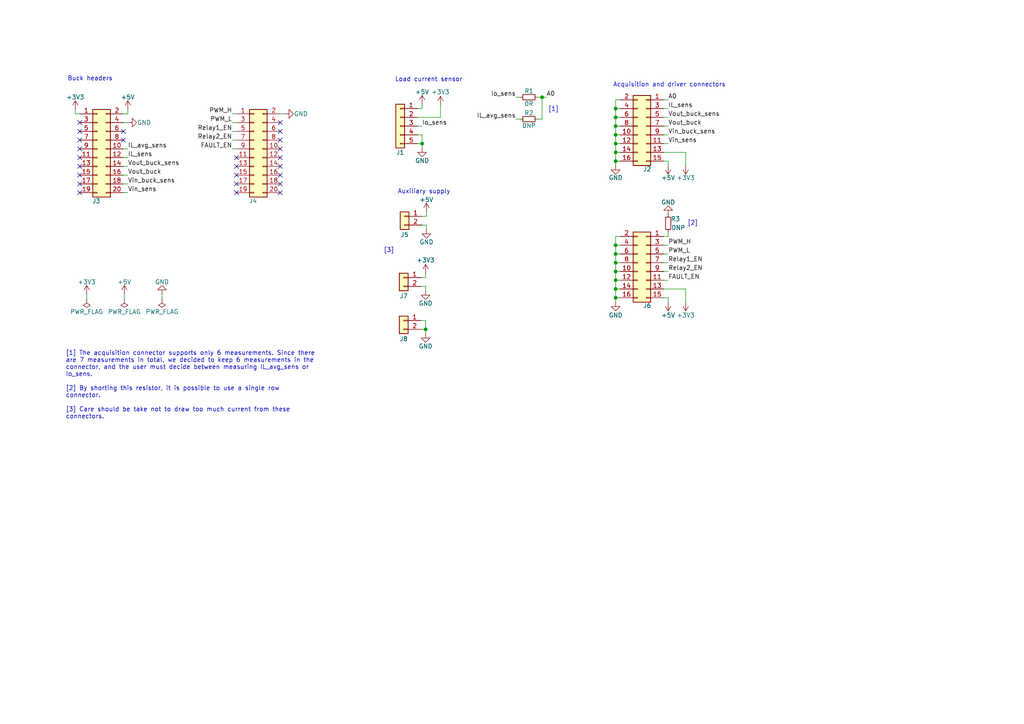
<source format=kicad_sch>
(kicad_sch (version 20211123) (generator eeschema)
  (paper "A4")
  (lib_symbols
    (symbol "Connector_Generic:Conn_01x02" (pin_names (offset 1.016) hide)
      (property "Reference" "J" (at 0 2.54 0))
      (property "Value" "Conn_01x02" (at 0 -5.08 0))
      (symbol "Conn_01x02_1_1"
        (rectangle (start -1.27 -2.413) (end 0 -2.667) (stroke (width 0.1524)))
        (rectangle (start -1.27 0.127) (end 0 -0.127) (stroke (width 0.1524)))
        (rectangle (start -1.27 1.27) (end 1.27 -3.81) (stroke (width 0.254)) (fill (type background)))
        (pin passive line (at -5.08 0 0) (length 3.81) (name "Pin_1") (number "1"))
        (pin passive line (at -5.08 -2.54 0) (length 3.81) (name "Pin_2") (number "2"))
      )
    )
    (symbol "Connector_Generic:Conn_01x05" (pin_names (offset 1.016) hide)
      (property "Reference" "J" (at 0 7.62 0))
      (property "Value" "Conn_01x05" (at 0 -7.62 0))
      (symbol "Conn_01x05_1_1"
        (rectangle (start -1.27 -4.953) (end 0 -5.207) (stroke (width 0.1524)))
        (rectangle (start -1.27 -2.413) (end 0 -2.667) (stroke (width 0.1524)))
        (rectangle (start -1.27 0.127) (end 0 -0.127) (stroke (width 0.1524)))
        (rectangle (start -1.27 2.667) (end 0 2.413) (stroke (width 0.1524)))
        (rectangle (start -1.27 5.207) (end 0 4.953) (stroke (width 0.1524)))
        (rectangle (start -1.27 6.35) (end 1.27 -6.35) (stroke (width 0.254)) (fill (type background)))
        (pin passive line (at -5.08 5.08 0) (length 3.81) (name "Pin_1") (number "1"))
        (pin passive line (at -5.08 2.54 0) (length 3.81) (name "Pin_2") (number "2"))
        (pin passive line (at -5.08 0 0) (length 3.81) (name "Pin_3") (number "3"))
        (pin passive line (at -5.08 -2.54 0) (length 3.81) (name "Pin_4") (number "4"))
        (pin passive line (at -5.08 -5.08 0) (length 3.81) (name "Pin_5") (number "5"))
      )
    )
    (symbol "Connector_Generic:Conn_02x08_Odd_Even" (pin_names (offset 1.016) hide)
      (property "Reference" "J" (at 1.27 10.16 0))
      (property "Value" "Conn_02x08_Odd_Even" (at 1.27 -12.7 0))
      (symbol "Conn_02x08_Odd_Even_1_1"
        (rectangle (start -1.27 -10.033) (end 0 -10.287) (stroke (width 0.1524)))
        (rectangle (start -1.27 -7.493) (end 0 -7.747) (stroke (width 0.1524)))
        (rectangle (start -1.27 -4.953) (end 0 -5.207) (stroke (width 0.1524)))
        (rectangle (start -1.27 -2.413) (end 0 -2.667) (stroke (width 0.1524)))
        (rectangle (start -1.27 0.127) (end 0 -0.127) (stroke (width 0.1524)))
        (rectangle (start -1.27 2.667) (end 0 2.413) (stroke (width 0.1524)))
        (rectangle (start -1.27 5.207) (end 0 4.953) (stroke (width 0.1524)))
        (rectangle (start -1.27 7.747) (end 0 7.493) (stroke (width 0.1524)))
        (rectangle (start -1.27 8.89) (end 3.81 -11.43) (stroke (width 0.254)) (fill (type background)))
        (rectangle (start 3.81 -10.033) (end 2.54 -10.287) (stroke (width 0.1524)))
        (rectangle (start 3.81 -7.493) (end 2.54 -7.747) (stroke (width 0.1524)))
        (rectangle (start 3.81 -4.953) (end 2.54 -5.207) (stroke (width 0.1524)))
        (rectangle (start 3.81 -2.413) (end 2.54 -2.667) (stroke (width 0.1524)))
        (rectangle (start 3.81 0.127) (end 2.54 -0.127) (stroke (width 0.1524)))
        (rectangle (start 3.81 2.667) (end 2.54 2.413) (stroke (width 0.1524)))
        (rectangle (start 3.81 5.207) (end 2.54 4.953) (stroke (width 0.1524)))
        (rectangle (start 3.81 7.747) (end 2.54 7.493) (stroke (width 0.1524)))
        (pin passive line (at -5.08 7.62 0) (length 3.81) (name "Pin_1") (number "1"))
        (pin passive line (at 7.62 -2.54 180) (length 3.81) (name "Pin_10") (number "10"))
        (pin passive line (at -5.08 -5.08 0) (length 3.81) (name "Pin_11") (number "11"))
        (pin passive line (at 7.62 -5.08 180) (length 3.81) (name "Pin_12") (number "12"))
        (pin passive line (at -5.08 -7.62 0) (length 3.81) (name "Pin_13") (number "13"))
        (pin passive line (at 7.62 -7.62 180) (length 3.81) (name "Pin_14") (number "14"))
        (pin passive line (at -5.08 -10.16 0) (length 3.81) (name "Pin_15") (number "15"))
        (pin passive line (at 7.62 -10.16 180) (length 3.81) (name "Pin_16") (number "16"))
        (pin passive line (at 7.62 7.62 180) (length 3.81) (name "Pin_2") (number "2"))
        (pin passive line (at -5.08 5.08 0) (length 3.81) (name "Pin_3") (number "3"))
        (pin passive line (at 7.62 5.08 180) (length 3.81) (name "Pin_4") (number "4"))
        (pin passive line (at -5.08 2.54 0) (length 3.81) (name "Pin_5") (number "5"))
        (pin passive line (at 7.62 2.54 180) (length 3.81) (name "Pin_6") (number "6"))
        (pin passive line (at -5.08 0 0) (length 3.81) (name "Pin_7") (number "7"))
        (pin passive line (at 7.62 0 180) (length 3.81) (name "Pin_8") (number "8"))
        (pin passive line (at -5.08 -2.54 0) (length 3.81) (name "Pin_9") (number "9"))
      )
    )
    (symbol "Connector_Generic:Conn_02x10_Odd_Even" (pin_names (offset 1.016) hide)
      (property "Reference" "J" (at 1.27 12.7 0))
      (property "Value" "Conn_02x10_Odd_Even" (at 1.27 -15.24 0))
      (symbol "Conn_02x10_Odd_Even_1_1"
        (rectangle (start -1.27 -12.573) (end 0 -12.827) (stroke (width 0.1524)))
        (rectangle (start -1.27 -10.033) (end 0 -10.287) (stroke (width 0.1524)))
        (rectangle (start -1.27 -7.493) (end 0 -7.747) (stroke (width 0.1524)))
        (rectangle (start -1.27 -4.953) (end 0 -5.207) (stroke (width 0.1524)))
        (rectangle (start -1.27 -2.413) (end 0 -2.667) (stroke (width 0.1524)))
        (rectangle (start -1.27 0.127) (end 0 -0.127) (stroke (width 0.1524)))
        (rectangle (start -1.27 2.667) (end 0 2.413) (stroke (width 0.1524)))
        (rectangle (start -1.27 5.207) (end 0 4.953) (stroke (width 0.1524)))
        (rectangle (start -1.27 7.747) (end 0 7.493) (stroke (width 0.1524)))
        (rectangle (start -1.27 10.287) (end 0 10.033) (stroke (width 0.1524)))
        (rectangle (start -1.27 11.43) (end 3.81 -13.97) (stroke (width 0.254)) (fill (type background)))
        (rectangle (start 3.81 -12.573) (end 2.54 -12.827) (stroke (width 0.1524)))
        (rectangle (start 3.81 -10.033) (end 2.54 -10.287) (stroke (width 0.1524)))
        (rectangle (start 3.81 -7.493) (end 2.54 -7.747) (stroke (width 0.1524)))
        (rectangle (start 3.81 -4.953) (end 2.54 -5.207) (stroke (width 0.1524)))
        (rectangle (start 3.81 -2.413) (end 2.54 -2.667) (stroke (width 0.1524)))
        (rectangle (start 3.81 0.127) (end 2.54 -0.127) (stroke (width 0.1524)))
        (rectangle (start 3.81 2.667) (end 2.54 2.413) (stroke (width 0.1524)))
        (rectangle (start 3.81 5.207) (end 2.54 4.953) (stroke (width 0.1524)))
        (rectangle (start 3.81 7.747) (end 2.54 7.493) (stroke (width 0.1524)))
        (rectangle (start 3.81 10.287) (end 2.54 10.033) (stroke (width 0.1524)))
        (pin passive line (at -5.08 10.16 0) (length 3.81) (name "Pin_1") (number "1"))
        (pin passive line (at 7.62 0 180) (length 3.81) (name "Pin_10") (number "10"))
        (pin passive line (at -5.08 -2.54 0) (length 3.81) (name "Pin_11") (number "11"))
        (pin passive line (at 7.62 -2.54 180) (length 3.81) (name "Pin_12") (number "12"))
        (pin passive line (at -5.08 -5.08 0) (length 3.81) (name "Pin_13") (number "13"))
        (pin passive line (at 7.62 -5.08 180) (length 3.81) (name "Pin_14") (number "14"))
        (pin passive line (at -5.08 -7.62 0) (length 3.81) (name "Pin_15") (number "15"))
        (pin passive line (at 7.62 -7.62 180) (length 3.81) (name "Pin_16") (number "16"))
        (pin passive line (at -5.08 -10.16 0) (length 3.81) (name "Pin_17") (number "17"))
        (pin passive line (at 7.62 -10.16 180) (length 3.81) (name "Pin_18") (number "18"))
        (pin passive line (at -5.08 -12.7 0) (length 3.81) (name "Pin_19") (number "19"))
        (pin passive line (at 7.62 10.16 180) (length 3.81) (name "Pin_2") (number "2"))
        (pin passive line (at 7.62 -12.7 180) (length 3.81) (name "Pin_20") (number "20"))
        (pin passive line (at -5.08 7.62 0) (length 3.81) (name "Pin_3") (number "3"))
        (pin passive line (at 7.62 7.62 180) (length 3.81) (name "Pin_4") (number "4"))
        (pin passive line (at -5.08 5.08 0) (length 3.81) (name "Pin_5") (number "5"))
        (pin passive line (at 7.62 5.08 180) (length 3.81) (name "Pin_6") (number "6"))
        (pin passive line (at -5.08 2.54 0) (length 3.81) (name "Pin_7") (number "7"))
        (pin passive line (at 7.62 2.54 180) (length 3.81) (name "Pin_8") (number "8"))
        (pin passive line (at -5.08 0 0) (length 3.81) (name "Pin_9") (number "9"))
      )
    )
    (symbol "Device:R_Small" (pin_numbers hide) (pin_names (offset 0.254) hide)
      (property "Reference" "R" (at 0.762 0.508 0))
      (property "Value" "R_Small" (at 0.762 -1.016 0))
      (symbol "R_Small_0_1"
        (rectangle (start -0.762 1.778) (end 0.762 -1.778) (stroke (width 0.2032)))
      )
      (symbol "R_Small_1_1"
        (pin passive line (at 0 2.54 270) (length 0.762) (name "~") (number "1"))
        (pin passive line (at 0 -2.54 90) (length 0.762) (name "~") (number "2"))
      )
    )
    (symbol "power:+3V3" (power) (pin_names (offset 0))
      (property "Value" "+3V3" (at 0 3.556 0))
      (symbol "+3V3_0_1"
        (polyline (pts (xy -0.762 1.27) (xy 0 2.54)))
        (polyline (pts (xy 0 0) (xy 0 2.54)))
        (polyline (pts (xy 0 2.54) (xy 0.762 1.27)))
      )
      (symbol "+3V3_1_1"
        (pin power_in line (at 0 0 90) (length 0) hide (name "+3V3") (number "1"))
      )
    )
    (symbol "power:+5V" (power) (pin_names (offset 0))
      (property "Value" "+5V" (at 0 3.556 0))
      (symbol "+5V_0_1"
        (polyline (pts (xy -0.762 1.27) (xy 0 2.54)))
        (polyline (pts (xy 0 0) (xy 0 2.54)))
        (polyline (pts (xy 0 2.54) (xy 0.762 1.27)))
      )
      (symbol "+5V_1_1"
        (pin power_in line (at 0 0 90) (length 0) hide (name "+5V") (number "1"))
      )
    )
    (symbol "power:GND" (power) (pin_names (offset 0))
      (property "Value" "GND" (at 0 -3.81 0))
      (symbol "GND_0_1"
        (polyline (pts (xy 0 0) (xy 0 -1.27) (xy 1.27 -1.27) (xy 0 -2.54) (xy -1.27 -1.27) (xy 0 -1.27)))
      )
      (symbol "GND_1_1"
        (pin power_in line (at 0 0 270) (length 0) hide (name "GND") (number "1"))
      )
    )
    (symbol "power:PWR_FLAG" (power) (pin_numbers hide) (pin_names (offset 0) hide)
      (property "Value" "PWR_FLAG" (at 0 3.81 0))
      (symbol "PWR_FLAG_0_0"
        (pin power_out line (at 0 0 90) (length 0) (name "pwr") (number "1"))
      )
      (symbol "PWR_FLAG_0_1"
        (polyline (pts (xy 0 0) (xy 0 1.27) (xy -1.016 1.905) (xy 0 2.54) (xy 1.016 1.905) (xy 0 1.27)))
      )
    )
  )
  (junction (at 157.226 28.194))
  (junction (at 178.562 44.196))
  (junction (at 178.562 81.28))
  (junction (at 178.562 34.036))
  (junction (at 178.562 86.36))
  (junction (at 178.562 36.576))
  (junction (at 178.562 78.74))
  (junction (at 178.562 73.66))
  (junction (at 178.562 46.736))
  (junction (at 178.562 31.496))
  (junction (at 178.562 71.12))
  (junction (at 122.428 41.656))
  (junction (at 178.562 41.656))
  (junction (at 178.562 39.116))
  (junction (at 123.444 95.504))
  (junction (at 178.562 76.2))
  (junction (at 178.562 83.82))
  (no_connect (at 23.114 38.1))
  (no_connect (at 23.114 40.64))
  (no_connect (at 35.814 38.1))
  (no_connect (at 35.814 40.64))
  (no_connect (at 23.114 35.56))
  (no_connect (at 23.114 43.18))
  (no_connect (at 23.114 45.72))
  (no_connect (at 23.114 48.26))
  (no_connect (at 23.114 50.8))
  (no_connect (at 23.114 53.34))
  (no_connect (at 23.114 55.88))
  (no_connect (at 81.28 35.56))
  (no_connect (at 81.28 38.1))
  (no_connect (at 68.58 45.72))
  (no_connect (at 68.58 48.26))
  (no_connect (at 68.58 50.8))
  (no_connect (at 68.58 53.34))
  (no_connect (at 68.58 55.88))
  (no_connect (at 81.28 53.34))
  (no_connect (at 81.28 55.88))
  (no_connect (at 81.28 40.64))
  (no_connect (at 81.28 43.18))
  (no_connect (at 81.28 45.72))
  (no_connect (at 81.28 48.26))
  (no_connect (at 81.28 50.8))
  (wire (pts (xy 123.444 83.058) (xy 123.444 84.328)))
  (wire (pts (xy 35.814 45.72) (xy 37.084 45.72)))
  (wire (pts (xy 178.562 28.956) (xy 178.562 31.496)))
  (wire (pts (xy 178.562 36.576) (xy 179.832 36.576)))
  (wire (pts (xy 122.428 41.656) (xy 122.428 42.926)))
  (wire (pts (xy 123.698 65.278) (xy 123.698 66.548)))
  (wire (pts (xy 122.428 31.496) (xy 121.158 31.496)))
  (wire (pts (xy 121.158 36.576) (xy 122.428 36.576)))
  (wire (pts (xy 67.31 33.02) (xy 68.58 33.02)))
  (wire (pts (xy 178.562 39.116) (xy 179.832 39.116)))
  (wire (pts (xy 37.084 33.02) (xy 37.084 31.75)))
  (wire (pts (xy 192.532 83.82) (xy 198.882 83.82)))
  (wire (pts (xy 178.562 39.116) (xy 178.562 41.656)))
  (wire (pts (xy 192.532 28.956) (xy 193.802 28.956)))
  (wire (pts (xy 192.532 39.116) (xy 193.802 39.116)))
  (wire (pts (xy 67.31 43.18) (xy 68.58 43.18)))
  (wire (pts (xy 123.444 80.518) (xy 122.174 80.518)))
  (wire (pts (xy 178.562 71.12) (xy 179.832 71.12)))
  (wire (pts (xy 21.844 33.02) (xy 21.844 31.75)))
  (wire (pts (xy 178.562 68.58) (xy 178.562 71.12)))
  (wire (pts (xy 178.562 31.496) (xy 178.562 34.036)))
  (wire (pts (xy 178.562 41.656) (xy 179.832 41.656)))
  (wire (pts (xy 178.562 46.736) (xy 179.832 46.736)))
  (wire (pts (xy 157.226 28.194) (xy 158.496 28.194)))
  (wire (pts (xy 127.762 30.48) (xy 127.762 34.036)))
  (wire (pts (xy 35.814 53.34) (xy 37.084 53.34)))
  (wire (pts (xy 178.562 34.036) (xy 178.562 36.576)))
  (wire (pts (xy 178.562 78.74) (xy 179.832 78.74)))
  (wire (pts (xy 155.956 28.194) (xy 157.226 28.194)))
  (wire (pts (xy 46.99 85.344) (xy 46.99 86.614)))
  (wire (pts (xy 193.802 86.36) (xy 193.802 87.63)))
  (wire (pts (xy 178.562 73.66) (xy 178.562 76.2)))
  (wire (pts (xy 193.802 67.31) (xy 193.802 68.58)))
  (wire (pts (xy 192.532 36.576) (xy 193.802 36.576)))
  (wire (pts (xy 192.532 46.736) (xy 193.802 46.736)))
  (wire (pts (xy 178.562 76.2) (xy 178.562 78.74)))
  (wire (pts (xy 149.606 34.544) (xy 150.876 34.544)))
  (wire (pts (xy 123.698 62.738) (xy 122.428 62.738)))
  (wire (pts (xy 178.562 73.66) (xy 179.832 73.66)))
  (wire (pts (xy 35.814 35.56) (xy 37.084 35.56)))
  (wire (pts (xy 123.444 79.248) (xy 123.444 80.518)))
  (wire (pts (xy 178.562 81.28) (xy 179.832 81.28)))
  (wire (pts (xy 192.532 86.36) (xy 193.802 86.36)))
  (wire (pts (xy 198.882 44.196) (xy 198.882 48.006)))
  (wire (pts (xy 36.068 85.344) (xy 36.068 86.614)))
  (wire (pts (xy 155.956 34.544) (xy 157.226 34.544)))
  (wire (pts (xy 193.802 46.736) (xy 193.802 48.006)))
  (wire (pts (xy 67.31 35.56) (xy 68.58 35.56)))
  (wire (pts (xy 192.532 76.2) (xy 193.802 76.2)))
  (wire (pts (xy 121.158 34.036) (xy 127.762 34.036)))
  (wire (pts (xy 122.428 65.278) (xy 123.698 65.278)))
  (wire (pts (xy 149.606 28.194) (xy 150.876 28.194)))
  (wire (pts (xy 192.532 78.74) (xy 193.802 78.74)))
  (wire (pts (xy 67.31 40.64) (xy 68.58 40.64)))
  (wire (pts (xy 123.698 61.468) (xy 123.698 62.738)))
  (wire (pts (xy 122.428 30.226) (xy 122.428 31.496)))
  (wire (pts (xy 179.832 68.58) (xy 178.562 68.58)))
  (wire (pts (xy 192.532 34.036) (xy 193.802 34.036)))
  (wire (pts (xy 178.562 86.36) (xy 179.832 86.36)))
  (wire (pts (xy 178.562 31.496) (xy 179.832 31.496)))
  (wire (pts (xy 35.814 50.8) (xy 37.084 50.8)))
  (wire (pts (xy 178.562 36.576) (xy 178.562 39.116)))
  (wire (pts (xy 81.28 33.02) (xy 82.55 33.02)))
  (wire (pts (xy 192.532 41.656) (xy 193.802 41.656)))
  (wire (pts (xy 178.562 44.196) (xy 179.832 44.196)))
  (wire (pts (xy 192.532 44.196) (xy 198.882 44.196)))
  (wire (pts (xy 178.562 41.656) (xy 178.562 44.196)))
  (wire (pts (xy 123.444 92.964) (xy 122.174 92.964)))
  (wire (pts (xy 178.562 44.196) (xy 178.562 46.736)))
  (wire (pts (xy 192.532 71.12) (xy 193.802 71.12)))
  (wire (pts (xy 25.146 85.344) (xy 25.146 86.614)))
  (wire (pts (xy 35.814 48.26) (xy 37.084 48.26)))
  (wire (pts (xy 178.562 71.12) (xy 178.562 73.66)))
  (wire (pts (xy 192.532 68.58) (xy 193.802 68.58)))
  (wire (pts (xy 122.174 83.058) (xy 123.444 83.058)))
  (wire (pts (xy 35.814 33.02) (xy 37.084 33.02)))
  (wire (pts (xy 178.562 46.736) (xy 178.562 48.006)))
  (wire (pts (xy 122.428 39.116) (xy 122.428 41.656)))
  (wire (pts (xy 178.562 83.82) (xy 179.832 83.82)))
  (wire (pts (xy 178.562 86.36) (xy 178.562 87.63)))
  (wire (pts (xy 178.562 76.2) (xy 179.832 76.2)))
  (wire (pts (xy 178.562 34.036) (xy 179.832 34.036)))
  (wire (pts (xy 157.226 34.544) (xy 157.226 28.194)))
  (wire (pts (xy 178.562 78.74) (xy 178.562 81.28)))
  (wire (pts (xy 198.882 83.82) (xy 198.882 87.63)))
  (wire (pts (xy 192.532 73.66) (xy 193.802 73.66)))
  (wire (pts (xy 123.444 95.504) (xy 123.444 96.774)))
  (wire (pts (xy 35.814 55.88) (xy 37.084 55.88)))
  (wire (pts (xy 192.532 81.28) (xy 193.802 81.28)))
  (wire (pts (xy 35.814 43.18) (xy 37.084 43.18)))
  (wire (pts (xy 122.174 95.504) (xy 123.444 95.504)))
  (wire (pts (xy 178.562 81.28) (xy 178.562 83.82)))
  (wire (pts (xy 67.31 38.1) (xy 68.58 38.1)))
  (wire (pts (xy 123.444 92.964) (xy 123.444 95.504)))
  (wire (pts (xy 179.832 28.956) (xy 178.562 28.956)))
  (wire (pts (xy 178.562 83.82) (xy 178.562 86.36)))
  (wire (pts (xy 192.532 31.496) (xy 193.802 31.496)))
  (wire (pts (xy 23.114 33.02) (xy 21.844 33.02)))
  (wire (pts (xy 121.158 39.116) (xy 122.428 39.116)))
  (wire (pts (xy 121.158 41.656) (xy 122.428 41.656)))
  (text "[1] The acquisition connector supports only 6 measurements. Since there\nare 7 measurements in total, we decided to keep 6 measurements in the\nconnector, and the user must decide between measuring IL_avg_sens or\nIo_sens.\n\n[2] By shorting this resistor, it is possible to use a single row \nconnector.\n\n[3] Care should be take not to draw too much current from these \nconnectors." (at 19.05 121.666 0) (effects (font (size 1.27 1.27)) (justify left bottom)))
  (text "[2]" (at 199.39 65.532 0) (effects (font (size 1.27 1.27)) (justify left bottom)))
  (text "[1]" (at 159.004 32.512 0) (effects (font (size 1.27 1.27)) (justify left bottom)))
  (text "Load current sensor" (at 114.554 23.876 0) (effects (font (size 1.27 1.27)) (justify left bottom)))
  (text "[3]" (at 111.252 73.406 0) (effects (font (size 1.27 1.27)) (justify left bottom)))
  (text "Buck headers" (at 19.558 23.622 0) (effects (font (size 1.27 1.27)) (justify left bottom)))
  (text "Acquisition and driver connectors" (at 177.8 25.4 0) (effects (font (size 1.27 1.27)) (justify left bottom)))
  (text "Auxiliary supply" (at 115.316 56.388 0) (effects (font (size 1.27 1.27)) (justify left bottom)))
  (label "Relay2_EN" (at 67.31 40.64 180))
  (label "Vin_buck_sens" (at 193.802 39.116 0))
  (label "FAULT_EN" (at 67.31 43.18 180))
  (label "IL_avg_sens" (at 37.084 43.18 0))
  (label "Vin_sens" (at 37.084 55.88 0))
  (label "Vout_buck_sens" (at 37.084 48.26 0))
  (label "Vin_buck_sens" (at 37.084 53.34 0))
  (label "Relay1_EN" (at 193.802 76.2 0))
  (label "Io_sens" (at 122.428 36.576 0))
  (label "IL_avg_sens" (at 149.606 34.544 180))
  (label "FAULT_EN" (at 193.802 81.28 0))
  (label "Vout_buck_sens" (at 193.802 34.036 0))
  (label "Io_sens" (at 149.606 28.194 180))
  (label "A0" (at 193.802 28.956 0))
  (label "PWM_H" (at 193.802 71.12 0))
  (label "Relay2_EN" (at 193.802 78.74 0))
  (label "A0" (at 158.496 28.194 0))
  (label "Vout_buck" (at 193.802 36.576 0))
  (label "Relay1_EN" (at 67.31 38.1 180))
  (label "PWM_H" (at 67.31 33.02 180))
  (label "Vin_sens" (at 193.802 41.656 0))
  (label "PWM_L" (at 67.31 35.56 180))
  (label "IL_sens" (at 193.802 31.496 0))
  (label "IL_sens" (at 37.084 45.72 0))
  (label "PWM_L" (at 193.802 73.66 0))
  (label "Vout_buck" (at 37.084 50.8 0))
  (symbol (lib_id "power:GND") (at 46.99 85.344 0) (mirror x) (unit 1)
    (property "Reference" "#PWR018" (effects hide))
    (property "Value" "GND" (at 46.99 81.788 0))
  )
  (symbol (lib_id "power:PWR_FLAG") (at 25.146 86.614 180) (unit 1)
    (property "Reference" "#FLG01" (effects hide))
    (property "Value" "PWR_FLAG" (at 25.146 90.424 0))
  )
  (symbol (lib_id "power:GND") (at 123.444 96.774 0) (unit 1)
    (property "Reference" "#PWR022" (effects hide))
    (property "Value" "GND" (at 123.444 100.4316 0))
  )
  (symbol (lib_id "power:GND") (at 193.802 62.23 180) (unit 1)
    (property "Reference" "#PWR012" (effects hide))
    (property "Value" "GND" (at 193.802 58.674 0))
  )
  (symbol (lib_id "power:+3V3") (at 198.882 48.006 180) (unit 1)
    (property "Reference" "#PWR010" (effects hide))
    (property "Value" "+3V3" (at 198.882 51.562 0))
  )
  (symbol (lib_id "power:+5V") (at 193.802 48.006 180) (unit 1)
    (property "Reference" "#PWR09" (effects hide))
    (property "Value" "+5V" (at 193.802 51.562 0))
  )
  (symbol (lib_id "power:+3V3") (at 123.444 79.248 0) (unit 1)
    (property "Reference" "#PWR014" (effects hide))
    (property "Value" "+3V3" (at 123.444 75.438 0))
  )
  (symbol (lib_id "Device:R_Small") (at 153.416 28.194 270) (unit 1)
    (property "Reference" "R1" (at 153.416 26.416 90))
    (property "Value" "0R" (at 153.416 30.099 90))
    (property "Footprint" "Resistor_SMD:R_0805_2012Metric_Pad1.20x1.40mm_HandSolder" (effects hide))
  )
  (symbol (lib_id "Connector_Generic:Conn_02x08_Odd_Even") (at 187.452 76.2 0) (mirror y) (unit 1)
    (property "Reference" "J6" (at 187.706 88.646 0))
    (property "Value" "Conn_02x08_Odd_Even" (effects hide))
    (property "Footprint" "Connector_PinHeader_2.54mm:PinHeader_2x08_P2.54mm_Horizontal" (effects hide))
  )
  (symbol (lib_id "Device:R_Small") (at 153.416 34.544 270) (unit 1)
    (property "Reference" "R2" (at 153.416 32.766 90))
    (property "Value" "DNP" (at 153.416 36.449 90))
    (property "Footprint" "Resistor_SMD:R_0805_2012Metric_Pad1.20x1.40mm_HandSolder" (effects hide))
  )
  (symbol (lib_id "power:GND") (at 82.55 33.02 90) (unit 1)
    (property "Reference" "#PWR05" (effects hide))
    (property "Value" "GND" (at 85.217 33.02 90) (effects (justify right)))
  )
  (symbol (lib_id "Connector_Generic:Conn_01x05") (at 116.078 36.576 0) (mirror y) (unit 1)
    (property "Reference" "J1" (at 116.078 44.196 0))
    (property "Value" "Conn_01x05" (effects hide))
    (property "Footprint" "Connector_PinHeader_2.54mm:PinHeader_1x05_P2.54mm_Vertical" (effects hide))
  )
  (symbol (lib_id "Connector_Generic:Conn_01x02") (at 117.094 80.518 0) (mirror y) (unit 1)
    (property "Reference" "J7" (at 117.094 85.852 0))
    (property "Value" "Conn_01x02" (effects hide))
    (property "Footprint" "Connector_PinHeader_2.54mm:PinHeader_1x02_P2.54mm_Vertical" (effects hide))
  )
  (symbol (lib_id "Connector_Generic:Conn_01x02") (at 117.094 92.964 0) (mirror y) (unit 1)
    (property "Reference" "J8" (at 117.094 98.298 0))
    (property "Value" "Conn_01x02" (effects hide))
    (property "Footprint" "Connector_PinHeader_2.54mm:PinHeader_1x02_P2.54mm_Vertical" (effects hide))
  )
  (symbol (lib_id "power:GND") (at 123.698 66.548 0) (unit 1)
    (property "Reference" "#PWR013" (effects hide))
    (property "Value" "GND" (at 123.698 70.2056 0))
  )
  (symbol (lib_id "Device:R_Small") (at 193.802 64.77 0) (unit 1)
    (property "Reference" "R3" (at 194.564 63.5 0) (effects (justify left)))
    (property "Value" "DNP" (at 194.691 66.04 0) (effects (justify left)))
    (property "Footprint" "Resistor_SMD:R_0805_2012Metric_Pad1.20x1.40mm_HandSolder" (effects hide))
  )
  (symbol (lib_id "power:+5V") (at 36.068 85.344 0) (unit 1)
    (property "Reference" "#PWR017" (effects hide))
    (property "Value" "+5V" (at 36.068 81.788 0))
  )
  (symbol (lib_id "power:+3V3") (at 127.762 30.48 0) (unit 1)
    (property "Reference" "#PWR02" (effects hide))
    (property "Value" "+3V3" (at 127.762 26.67 0))
  )
  (symbol (lib_id "power:+5V") (at 122.428 30.226 0) (unit 1)
    (property "Reference" "#PWR01" (effects hide))
    (property "Value" "+5V" (at 122.428 26.67 0))
  )
  (symbol (lib_id "power:+3V3") (at 198.882 87.63 180) (unit 1)
    (property "Reference" "#PWR021" (effects hide))
    (property "Value" "+3V3" (at 198.882 91.44 0))
  )
  (symbol (lib_id "power:+3V3") (at 21.844 31.75 0) (unit 1)
    (property "Reference" "#PWR03" (effects hide))
    (property "Value" "+3V3" (at 21.844 28.194 0))
  )
  (symbol (lib_id "power:GND") (at 123.444 84.328 0) (unit 1)
    (property "Reference" "#PWR015" (effects hide))
    (property "Value" "GND" (at 123.444 87.9856 0))
  )
  (symbol (lib_id "power:PWR_FLAG") (at 36.068 86.614 180) (unit 1)
    (property "Reference" "#FLG02" (effects hide))
    (property "Value" "PWR_FLAG" (at 36.068 90.424 0))
  )
  (symbol (lib_id "power:+5V") (at 123.698 61.468 0) (mirror y) (unit 1)
    (property "Reference" "#PWR011" (effects hide))
    (property "Value" "+5V" (at 123.698 57.912 0))
  )
  (symbol (lib_id "Connector_Generic:Conn_02x08_Odd_Even") (at 187.452 36.576 0) (mirror y) (unit 1)
    (property "Reference" "J2" (at 187.706 49.022 0))
    (property "Value" "Conn_02x08_Odd_Even" (effects hide))
    (property "Footprint" "Connector_PinHeader_2.54mm:PinHeader_2x08_P2.54mm_Horizontal" (effects hide))
  )
  (symbol (lib_id "power:+3V3") (at 25.146 85.344 0) (unit 1)
    (property "Reference" "#PWR016" (effects hide))
    (property "Value" "+3V3" (at 25.146 81.788 0))
  )
  (symbol (lib_id "Connector_Generic:Conn_02x10_Odd_Even") (at 73.66 43.18 0) (unit 1)
    (property "Reference" "J4" (at 73.406 58.293 0))
    (property "Value" "Conn_02x10_Odd_Even" (effects hide))
    (property "Footprint" "Connector_PinHeader_2.54mm:PinHeader_2x10_P2.54mm_Vertical" (effects hide))
  )
  (symbol (lib_id "Connector_Generic:Conn_02x10_Odd_Even") (at 28.194 43.18 0) (unit 1)
    (property "Reference" "J3" (at 27.94 58.293 0))
    (property "Value" "Conn_02x10_Odd_Even" (effects hide))
    (property "Footprint" "Connector_PinHeader_2.54mm:PinHeader_2x10_P2.54mm_Vertical" (effects hide))
  )
  (symbol (lib_id "power:PWR_FLAG") (at 46.99 86.614 180) (unit 1)
    (property "Reference" "#FLG03" (effects hide))
    (property "Value" "PWR_FLAG" (at 46.99 90.424 0))
  )
  (symbol (lib_id "power:GND") (at 122.428 42.926 0) (unit 1)
    (property "Reference" "#PWR07" (effects hide))
    (property "Value" "GND" (at 122.428 46.5836 0))
  )
  (symbol (lib_id "power:GND") (at 178.562 48.006 0) (unit 1)
    (property "Reference" "#PWR08" (effects hide))
    (property "Value" "GND" (at 178.562 51.562 0))
  )
  (symbol (lib_id "power:+5V") (at 37.084 31.75 0) (unit 1)
    (property "Reference" "#PWR04" (effects hide))
    (property "Value" "+5V" (at 37.084 28.194 0))
  )
  (symbol (lib_id "power:GND") (at 37.084 35.56 90) (unit 1)
    (property "Reference" "#PWR06" (effects hide))
    (property "Value" "GND" (at 39.751 35.56 90) (effects (justify right)))
  )
  (symbol (lib_id "Connector_Generic:Conn_01x02") (at 117.348 62.738 0) (mirror y) (unit 1)
    (property "Reference" "J5" (at 117.348 68.072 0))
    (property "Value" "Conn_01x02" (effects hide))
    (property "Footprint" "Connector_PinHeader_2.54mm:PinHeader_1x02_P2.54mm_Vertical" (effects hide))
  )
  (symbol (lib_id "power:+5V") (at 193.802 87.63 180) (unit 1)
    (property "Reference" "#PWR020" (effects hide))
    (property "Value" "+5V" (at 193.802 91.44 0))
  )
  (symbol (lib_id "power:GND") (at 178.562 87.63 0) (unit 1)
    (property "Reference" "#PWR019" (effects hide))
    (property "Value" "GND" (at 178.562 91.44 0))
  )
)
</source>
